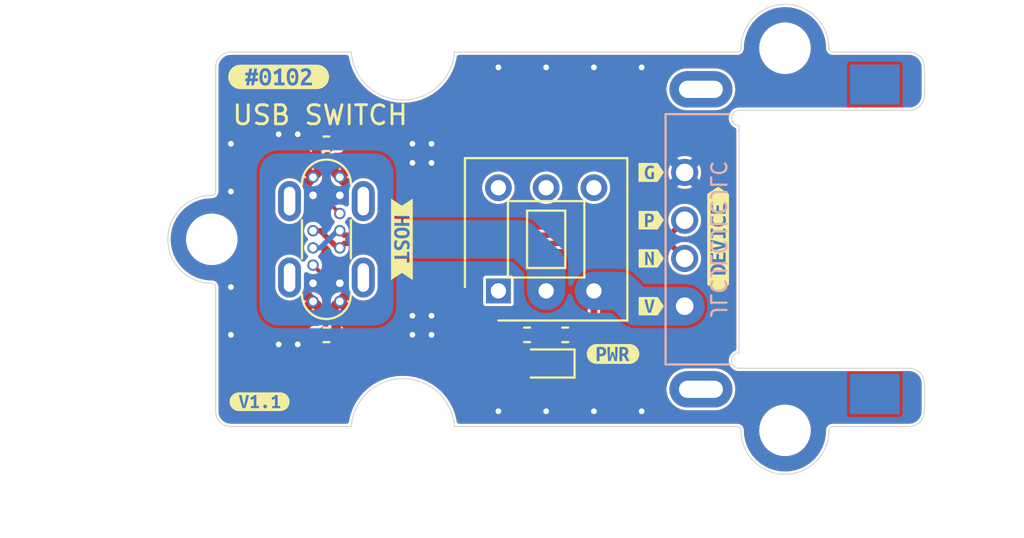
<source format=kicad_pcb>
(kicad_pcb (version 20211014) (generator pcbnew)
  (title_block (title "#0102 USB SWITCH") (rev "V1.1") (company "TileParts"))
  (layers (0 "F.Cu" signal) (31 "B.Cu" signal) (34 "B.Paste" user) (35 "F.Paste" user) (36 "B.SilkS" user "B.Silkscreen") (37 "F.SilkS" user "F.Silkscreen") (38 "B.Mask" user) (39 "F.Mask" user) (44 "Edge.Cuts" user))
  (net 0 "")
  (net 2 "/D+")
  (net 3 "/D-")
  (net 4 "GND")
  (net 5 "/VIN")
  (net 6 "Net-(D1-Pad2)")
  (net 7 "Net-(J1-PadB5)")
  (net 8 "Net-(J1-PadA5)")
  (net 9 "/VOUT")
  (footprint "Resistor_SMD:R_0402_1005Metric" (layer "F.Cu") (at 118.5 115 180)
    (fp_text reference "R1" hide)
    (fp_text value "2K")
    (fp_line (start -0.153641 0.38) (end 0.153641 0.38) (layer "F.SilkS") (width 0.12))
    (fp_line (start -0.153641 -0.38) (end 0.153641 -0.38) (layer "F.SilkS") (width 0.12))
    (pad "1" smd roundrect (at -0.51 0 180) (size 0.54 0.64) (layers "F.Cu" "F.Paste" "F.Mask") (net 9 "/VOUT"))
    (pad "2" smd roundrect (at 0.51 0 180) (size 0.54 0.64) (layers "F.Cu" "F.Paste" "F.Mask") (net 6 "Net-(D1-Pad2)"))
  )
  (footprint "Resistor_SMD:R_0402_1005Metric" (layer "F.Cu") (at 116.5 115 180)
    (fp_text reference "R2" hide)
    (fp_text value "NC")
    (fp_line (start -0.153641 -0.38) (end 0.153641 -0.38) (layer "F.SilkS") (width 0.12))
    (fp_line (start -0.153641 0.38) (end 0.153641 0.38) (layer "F.SilkS") (width 0.12))
    (pad "1" smd roundrect (at -0.51 0 180) (size 0.54 0.64) (layers "F.Cu" "F.Paste" "F.Mask") (net 6 "Net-(D1-Pad2)"))
    (pad "2" smd roundrect (at 0.51 0 180) (size 0.54 0.64) (layers "F.Cu" "F.Paste" "F.Mask") (net 4 "GND"))
  )
  (footprint "JLC-SMT:SW_Push_DPDT_8.5x8.5mm" (layer "F.Cu") (at 117.5 110 90)
    (fp_text reference "SW1" hide)
    (fp_text value "EN")
    (fp_line (start -1.5 1) (end 1.5 1) (layer "F.SilkS") (width 0.12))
    (fp_line (start -2 2) (end 2 2) (layer "F.SilkS") (width 0.12))
    (fp_line (start 4.25 -4.25) (end -2.5 -4.25) (layer "F.SilkS") (width 0.12))
    (fp_line (start 1.5 -1) (end -1.5 -1) (layer "F.SilkS") (width 0.12))
    (fp_line (start -1.5 -1) (end -1.5 1) (layer "F.SilkS") (width 0.12))
    (fp_line (start -4.25 -2.5) (end -4.25 4.25) (layer "F.SilkS") (width 0.12))
    (fp_line (start 4.25 4.25) (end 4.25 -4.25) (layer "F.SilkS") (width 0.12))
    (fp_line (start 1.5 1) (end 1.5 -1) (layer "F.SilkS") (width 0.12))
    (fp_line (start 2 -2) (end -2 -2) (layer "F.SilkS") (width 0.12))
    (fp_line (start 2 2) (end 2 -2) (layer "F.SilkS") (width 0.12))
    (fp_line (start -4.25 4.25) (end 4.25 4.25) (layer "F.SilkS") (width 0.12))
    (fp_line (start -2 -2) (end -2 2) (layer "F.SilkS") (width 0.12))
    (pad "1" thru_hole rect locked (at -2.7 -2.5 90) (size 1.3 1.3) (drill 0.8) (layers *.Cu *.Mask))
    (pad "2" thru_hole circle locked (at -2.7 0 90) (size 1.4 1.4) (drill 0.8) (layers *.Cu *.Mask) (net 5 "/VIN"))
    (pad "3" thru_hole circle locked (at -2.7 2.5 90) (size 1.4 1.4) (drill 0.8) (layers *.Cu *.Mask) (net 9 "/VOUT"))
    (pad "4" thru_hole circle locked (at 2.7 -2.5 90) (size 1.4 1.4) (drill 0.8) (layers *.Cu *.Mask))
    (pad "5" thru_hole circle locked (at 2.7 0 90) (size 1.4 1.4) (drill 0.8) (layers *.Cu *.Mask))
    (pad "6" thru_hole circle locked (at 2.7 2.5 90) (size 1.4 1.4) (drill 0.8) (layers *.Cu *.Mask))
  )
  (footprint "MountingHole:MountingHole_2.2mm_M2" (layer "F.Cu") (at 130 100)
    (fp_text reference "H1" hide)
    (fp_text value "MountingHole")
    (pad "" np_thru_hole circle (at 0 0) (size 2.2 2.2) (drill 2.2) (layers *.Cu *.Mask))
  )
  (footprint "MountingHole:MountingHole_2.2mm_M2" (layer "F.Cu") (at 100 110)
    (fp_text reference "H2" hide)
    (fp_text value "MountingHole")
    (pad "" np_thru_hole circle (at 0 0) (size 2.2 2.2) (drill 2.2) (layers *.Cu *.Mask))
  )
  (footprint "MountingHole:MountingHole_2.2mm_M2" (layer "F.Cu") (at 130 120)
    (fp_text reference "H3" hide)
    (fp_text value "MountingHole")
    (pad "" np_thru_hole circle (at 0 0) (size 2.2 2.2) (drill 2.2) (layers *.Cu *.Mask))
  )
  (footprint "LED_SMD:LED_0603_1608Metric" (layer "F.Cu") (at 117.5 116.5 180)
    (fp_text reference "D1" hide)
    (fp_text value "POWER")
    (fp_line (start 0.8 -0.735) (end -1.485 -0.735) (layer "F.SilkS") (width 0.12))
    (fp_line (start -1.485 -0.735) (end -1.485 0.735) (layer "F.SilkS") (width 0.12))
    (fp_line (start -1.485 0.735) (end 0.8 0.735) (layer "F.SilkS") (width 0.12))
    (pad "1" smd roundrect (at -0.7875 0 180) (size 0.875 0.95) (layers "F.Cu" "F.Paste" "F.Mask") (net 4 "GND"))
    (pad "2" smd roundrect (at 0.7875 0 180) (size 0.875 0.95) (layers "F.Cu" "F.Paste" "F.Mask") (net 6 "Net-(D1-Pad2)"))
  )
  (footprint "JLC-SMT:KINGHELM_KH-TYPE-C-L10-14P" (layer "F.Cu") (at 106 110 90)
    (fp_text reference "J1" hide)
    (fp_text value "UPSTREAM")
    (fp_line (start -1 -1.28) (end 1 -1.28) (layer "F.SilkS") (width 0.12))
    (fp_line (start -1 1.28) (end 1 1.28) (layer "F.SilkS") (width 0.12))
    (fp_arc (start -2.89 1.28) (mid -4.17 0) (end -2.89 -1.28) (layer "F.SilkS") (width 0.12))
    (fp_arc (start 2.89 -1.28) (mid 4.17 0) (end 2.89 1.28) (layer "F.SilkS") (width 0.12))
    (pad "A1" thru_hole circle (at -3.25 -0.7 90) (size 0.6 0.6) (drill 0.4) (layers *.Cu *.Mask) (net 4 "GND"))
    (pad "A4" thru_hole circle (at -2.3 -0.7 90) (size 0.6 0.6) (drill 0.4) (layers *.Cu *.Mask) (net 5 "/VIN"))
    (pad "A5" thru_hole circle (at -1.35 -0.7 90) (size 0.6 0.6) (drill 0.4) (layers *.Cu *.Mask) (net 8 "Net-(J1-PadA5)"))
    (pad "A6" thru_hole circle (at -0.45 -0.7 90) (size 0.6 0.6) (drill 0.4) (layers *.Cu *.Mask) (net 2 "/D+"))
    (pad "A7" thru_hole circle (at 0.45 -0.7 90) (size 0.6 0.6) (drill 0.4) (layers *.Cu *.Mask) (net 3 "/D-"))
    (pad "A9" thru_hole circle (at 2.3 -0.7 90) (size 0.6 0.6) (drill 0.4) (layers *.Cu *.Mask) (net 5 "/VIN"))
    (pad "A12" thru_hole circle (at 3.25 -0.7 90) (size 0.6 0.6) (drill 0.4) (layers *.Cu *.Mask) (net 4 "GND"))
    (pad "B1" thru_hole circle (at 3.25 0.7 90) (size 0.6 0.6) (drill 0.4) (layers *.Cu *.Mask) (net 4 "GND"))
    (pad "B4" thru_hole circle (at 2.3 0.7 90) (size 0.6 0.6) (drill 0.4) (layers *.Cu *.Mask) (net 5 "/VIN"))
    (pad "B5" thru_hole circle (at 1.35 0.7 90) (size 0.6 0.6) (drill 0.4) (layers *.Cu *.Mask) (net 7 "Net-(J1-PadB5)"))
    (pad "B6" thru_hole circle (at 0.45 0.7 90) (size 0.6 0.6) (drill 0.4) (layers *.Cu *.Mask) (net 2 "/D+"))
    (pad "B7" thru_hole circle (at -0.45 0.7 90) (size 0.6 0.6) (drill 0.4) (layers *.Cu *.Mask) (net 3 "/D-"))
    (pad "B9" thru_hole circle (at -2.3 0.7 90) (size 0.6 0.6) (drill 0.4) (layers *.Cu *.Mask) (net 5 "/VIN"))
    (pad "B12" thru_hole circle (at -3.25 0.7 90) (size 0.6 0.6) (drill 0.4) (layers *.Cu *.Mask) (net 4 "GND"))
    (pad "S1" thru_hole oval (at -2 -1.93 90) (size 2.1 1.2) (drill oval 1.5 0.6) (layers *.Cu *.Mask))
    (pad "S1" thru_hole oval (at 2 -1.93 90) (size 2.1 1.2) (drill oval 1.5 0.6) (layers *.Cu *.Mask))
    (pad "S1" thru_hole oval (at -2 1.93 90) (size 2.1 1.2) (drill oval 1.5 0.6) (layers *.Cu *.Mask))
    (pad "S4" thru_hole oval (at 2 1.93 90) (size 2.1 1.2) (drill oval 1.5 0.6) (layers *.Cu *.Mask))
  )
  (footprint "Resistor_SMD:R_0402_1005Metric" (layer "F.Cu") (at 106 115 180)
    (fp_text reference "R3" hide)
    (fp_text value "5.1K")
    (fp_line (start -0.153641 -0.38) (end 0.153641 -0.38) (layer "F.SilkS") (width 0.12))
    (fp_line (start -0.153641 0.38) (end 0.153641 0.38) (layer "F.SilkS") (width 0.12))
    (pad "1" smd roundrect (at -0.51 0 180) (size 0.54 0.64) (layers "F.Cu" "F.Paste" "F.Mask") (net 4 "GND"))
    (pad "2" smd roundrect (at 0.51 0 180) (size 0.54 0.64) (layers "F.Cu" "F.Paste" "F.Mask") (net 8 "Net-(J1-PadA5)"))
  )
  (footprint "Resistor_SMD:R_0402_1005Metric" (layer "F.Cu") (at 106 105)
    (fp_text reference "R4" hide)
    (fp_text value "5.1K")
    (fp_line (start -0.153641 -0.38) (end 0.153641 -0.38) (layer "F.SilkS") (width 0.12))
    (fp_line (start -0.153641 0.38) (end 0.153641 0.38) (layer "F.SilkS") (width 0.12))
    (pad "1" smd roundrect (at -0.51 0) (size 0.54 0.64) (layers "F.Cu" "F.Paste" "F.Mask") (net 4 "GND"))
    (pad "2" smd roundrect (at 0.51 0) (size 0.54 0.64) (layers "F.Cu" "F.Paste" "F.Mask") (net 7 "Net-(J1-PadB5)"))
  )
  (footprint "kibuzzard-63200097" (layer "F.Cu") (at 123 109)
    (fp_text reference "kibuzzard-63200097" hide)
    (fp_text value "G***" hide)
    (fp_poly (pts (xy -0.523151 -0.486728) (xy -0.662057 -0.486728) (xy -0.662057 0.486728) (xy -0.523151 0.486728) (xy -0.188403 0.486728) (xy -0.188403 0.347821) (xy -0.325087 0.347821) (xy -0.325087 -0.331152) (xy -0.280081 -0.338931) (xy -0.229519 -0.343932) (xy -0.179513 -0.34671) (xy -0.136174 -0.347821) (xy -0.0553 -0.341833) (xy 0.012486 -0.323868) (xy 0.067184 -0.293926) (xy 0.107313 -0.250402) (xy 0.13139 -0.191691) (xy 0.139416 -0.117793) (xy 0.131328 -0.043154) (xy 0.107066 0.016298) (xy 0.066629 0.060563) (xy 0.011375 0.091123) (xy -0.057337 0.109458) (xy -0.139508 0.11557) (xy -0.188403 0.11557) (xy -0.188403 0.347821) (xy -0.188403 0.486728) (xy 0.337479 0.486728) (xy 0.337572 0.486728) (xy 0.662057 0) (xy 0.337572 -0.486728) (xy 0.337479 -0.486728) (xy -0.523151 -0.486728)) (layer "F.SilkS") (width 0) (fill solid))
    (fp_poly (pts (xy -0.120617 -0.228917) (xy -0.15451 -0.228362) (xy -0.188403 -0.225584) (xy -0.188403 -0.003334) (xy -0.132841 -0.003334) (xy -0.075333 -0.009862) (xy -0.033939 -0.029448) (xy -0.008936 -0.064869) (xy -0.000602 -0.118904) (xy -0.008797 -0.17016) (xy -0.033384 -0.203914) (xy -0.071583 -0.222667) (xy -0.120617 -0.228917)) (layer "F.SilkS") (width 0) (fill solid))
  )
  (footprint "kibuzzard-632000A4" (layer "F.Cu") (at 123 113.5)
    (fp_text reference "kibuzzard-632000A4" hide)
    (fp_text value "G***" hide)
    (fp_poly (pts (xy -0.521854 -0.482838) (xy -0.66076 -0.482838) (xy -0.66076 0.482838) (xy -0.521854 0.482838) (xy -0.163215 0.482838) (xy -0.163215 0.343932) (xy -0.190718 0.262255) (xy -0.219889 0.170577) (xy -0.239521 0.106186) (xy -0.258412 0.041919) (xy -0.276562 -0.022225) (xy -0.293725 -0.085134) (xy -0.309653 -0.145697) (xy -0.324346 -0.203914) (xy -0.342682 -0.281702) (xy -0.355461 -0.343932) (xy -0.210999 -0.343932) (xy -0.202664 -0.286286) (xy -0.190996 -0.220027) (xy -0.176967 -0.148352) (xy -0.161548 -0.074454) (xy -0.144879 0) (xy -0.127099 0.073342) (xy -0.108903 0.142379) (xy -0.090984 0.203914) (xy -0.073204 0.143212) (xy -0.055424 0.074454) (xy -0.038199 0.001111) (xy -0.022086 -0.073342) (xy -0.007084 -0.14738) (xy 0.006806 -0.219472) (xy 0.01903 -0.286147) (xy 0.029031 -0.343932) (xy 0.172383 -0.343932) (xy 0.15752 -0.273368) (xy 0.139601 -0.195024) (xy 0.118765 -0.110708) (xy 0.095151 -0.022225) (xy 0.077926 0.038523) (xy 0.059591 0.100013) (xy 0.040144 0.162243) (xy 0.019894 0.224164) (xy -0.000849 0.284727) (xy -0.022086 0.343932) (xy -0.163215 0.343932) (xy -0.163215 0.482838) (xy 0.338776 0.482838) (xy 0.338868 0.482838) (xy 0.66076 0) (xy 0.338868 -0.482838) (xy 0.338776 -0.482838) (xy -0.521854 -0.482838)) (layer "F.SilkS") (width 0) (fill solid))
  )
  (footprint "kibuzzard-631FFF07" (layer "F.Cu") (at 126.5 110 90)
    (fp_text reference "kibuzzard-631FFF07" hide)
    (fp_text value "G***" hide)
    (fp_poly (pts (xy -1.84531 -0.56896) (xy -2.374477 -0.56896) (xy -2.753783 0) (xy -2.374477 0.56896) (xy -1.84531 0.56896) (xy -1.67767 0.56896) (xy -1.67767 0.40386) (xy -1.759585 0.399415) (xy -1.84531 0.38481) (xy -1.84531 -0.38227) (xy -1.74498 -0.39751) (xy -1.65735 -0.40132) (xy -1.583214 -0.395605) (xy -1.515745 -0.37846) (xy -1.456531 -0.349091) (xy -1.40716 -0.306705) (xy -1.367631 -0.251143) (xy -1.337945 -0.182245) (xy -1.319371 -0.098901) (xy -1.31318 0) (xy -1.320006 0.101124) (xy -1.340485 0.186055) (xy -1.373029 0.255746) (xy -1.41605 0.31115) (xy -1.468914 0.352901) (xy -1.530985 0.381635) (xy -1.600994 0.398304) (xy -1.67767 0.40386) (xy -1.67767 0.56896) (xy -1.19888 0.56896) (xy -1.19888 0.3937) (xy -1.19888 -0.39243) (xy -0.72263 -0.39243) (xy -0.72263 -0.26289) (xy -1.04267 -0.26289) (xy -1.04267 -0.08636) (xy -0.76454 -0.08636) (xy -0.76454 0.04318) (xy -1.04267 0.04318) (xy -1.04267 0.26416) (xy -0.69469 0.26416) (xy -0.69469 0.3937) (xy -1.19888 0.3937) (xy -1.19888 0.56896) (xy -0.40767 0.56896) (xy -0.40767 0.3937) (xy -0.439103 0.300355) (xy -0.47244 0.19558) (xy -0.494877 0.121991) (xy -0.516467 0.048542) (xy -0.53721 -0.024765) (xy -0.556824 -0.096661) (xy -0.575028 -0.165876) (xy -0.59182 -0.23241) (xy -0.612775 -0.32131) (xy -0.62738 -0.39243) (xy -0.46228 -0.39243) (xy -0.452755 -0.326549) (xy -0.43942 -0.250825) (xy -0.423386 -0.16891) (xy -0.405765 -0.084455) (xy -0.386715 0.000635) (xy -0.366395 0.084455) (xy -0.345599 0.163354) (xy -0.32512 0.23368) (xy -0.3048 0.164306) (xy -0.28448 0.085725) (xy -0.264795 0.001905) (xy -0.24638 -0.083185) (xy -0.229235 -0.167799) (xy -0.21336 -0.25019) (xy -0.19939 -0.32639) (xy -0.18796 -0.39243) (xy -0.02413 -0.39243) (xy -0.041116 -0.311785) (xy -0.061595 -0.22225) (xy -0.085407 -0.125889) (xy -0.112395 -0.024765) (xy -0.13208 0.044662) (xy -0.153035 0.114935) (xy -0.17526 0.186055) (xy -0.198402 0.256822) (xy -0.222109 0.326037) (xy -0.24638 0.3937) (xy -0.40767 0.3937) (xy -0.40767 0.56896) (xy 0.05969 0.56896) (xy 0.05969 0.3937) (xy 0.05969 0.26416) (xy 0.23114 0.26416) (xy 0.23114 -0.26289) (xy 0.05969 -0.26289) (xy 0.05969 -0.39243) (xy 0.5588 -0.39243) (xy 0.5588 -0.26289) (xy 0.38862 -0.26289) (xy 0.38862 0.26416) (xy 0.5588 0.26416) (xy 0.5588 0.3937) (xy 0.05969 0.3937) (xy 0.05969 0.56896) (xy 1.00203 0.56896) (xy 1.00203 0.41021) (xy 0.899866 0.398357) (xy 0.815199 0.362797) (xy 0.74803 0.30353) (xy 0.709692 0.244554) (xy 0.682308 0.174307) (xy 0.665877 0.092789) (xy 0.6604 0) (xy 0.667068 -0.092393) (xy 0.68707 -0.17399) (xy 0.718979 -0.244316) (xy 0.761365 -0.302895) (xy 0.813435 -0.34925) (xy 0.874395 -0.382905) (xy 0.942816 -0.403384) (xy 1.01727 -0.41021) (xy 1.092835 -0.403225) (xy 1.15189 -0.38735) (xy 1.194435 -0.3683) (xy 1.22047 -0.35306) (xy 1.17983 -0.2286) (xy 1.109345 -0.260985) (xy 1.01473 -0.27432) (xy 0.942975 -0.260985) (xy 0.880745 -0.216535) (xy 0.836295 -0.13335) (xy 0.823436 -0.07493) (xy 0.81915 -0.00381) (xy 0.824301 0.078952) (xy 0.839752 0.147743) (xy 0.865505 0.202565) (xy 0.926624 0.256381) (xy 1.01727 0.27432) (xy 1.118235 0.26035) (xy 1.18237 0.23241) (xy 1.22174 0.3556) (xy 1.132205 0.393065) (xy 1.071404 0.405924) (xy 1.00203 0.41021) (xy 1.00203 0.56896) (xy 1.34112 0.56896) (xy 1.34112 0.3937) (xy 1.34112 -0.39243) (xy 1.81737 -0.39243) (xy 1.81737 -0.26289) (xy 1.49733 -0.26289) (xy 1.49733 -0.08636) (xy 1.77546 -0.08636) (xy 1.77546 0.04318) (xy 1.49733 0.04318) (xy 1.49733 0.26416) (xy 1.84531 0.26416) (xy 1.84531 0.3937) (xy 1.34112 0.3937) (xy 1.34112 0.56896) (xy 1.84531 0.56896) (xy 2.374477 0.56896) (xy 2.753783 0) (xy 2.374477 -0.56896) (xy 1.84531 -0.56896) (xy -1.84531 -0.56896)) (layer "F.SilkS") (width 0) (fill solid))
    (fp_poly (pts (xy -1.6891 0.2667) (xy -1.67513 0.26797) (xy -1.66116 0.26797) (xy -1.571625 0.24765) (xy -1.513205 0.19177) (xy -1.481455 0.107315) (xy -1.474311 0.056039) (xy -1.47193 0) (xy -1.47955 -0.09906) (xy -1.50622 -0.18415) (xy -1.55829 -0.243205) (xy -1.64338 -0.26543) (xy -1.66624 -0.264795) (xy -1.6891 -0.26162) (xy -1.6891 0.2667)) (layer "F.SilkS") (width 0) (fill solid))
  )
  (footprint "kibuzzard-631FFF00" (layer "F.Cu") (at 109.95 110 -90)
    (fp_text reference "kibuzzard-631FFF00" hide)
    (fp_text value "G***" hide)
    (fp_poly (pts (xy -0.45466 0) (xy -0.453549 0.055404) (xy -0.450215 0.107315) (xy -0.432435 0.19431) (xy -0.39497 0.25273) (xy -0.3302 0.27432) (xy -0.266065 0.25273) (xy -0.227965 0.193675) (xy -0.210185 0.10668) (xy -0.206851 0.055245) (xy -0.20574 0) (xy -0.206851 -0.055404) (xy -0.210185 -0.107315) (xy -0.227965 -0.19431) (xy -0.26543 -0.25273) (xy -0.3302 -0.27432) (xy -0.39497 -0.25273) (xy -0.432435 -0.193675) (xy -0.450215 -0.10668) (xy -0.453549 -0.055245) (xy -0.45466 0)) (layer "F.SilkS") (width 0) (fill solid))
    (fp_poly (pts (xy -1.22555 -0.56896) (xy -1.754717 -0.56896) (xy -2.134023 -0.56896) (xy -1.754717 0) (xy -2.134023 0.56896) (xy -1.754717 0.56896) (xy -1.22555 0.56896) (xy -0.70485 0.56896) (xy -0.70485 0.3937) (xy -0.86106 0.3937) (xy -0.86106 0.04699) (xy -1.06934 0.04699) (xy -1.06934 0.3937) (xy -1.22555 0.3937) (xy -1.22555 -0.39243) (xy -1.06934 -0.39243) (xy -1.06934 -0.08255) (xy -0.86106 -0.08255) (xy -0.86106 -0.39243) (xy -0.70485 -0.39243) (xy -0.70485 0.3937) (xy -0.70485 0.56896) (xy -0.32893 0.56896) (xy -0.32893 0.41021) (xy -0.413949 0.398709) (xy -0.484434 0.364208) (xy -0.540385 0.306705) (xy -0.572333 0.248722) (xy -0.595154 0.178276) (xy -0.608846 0.095369) (xy -0.61341 0) (xy -0.608727 -0.095369) (xy -0.594678 -0.178276) (xy -0.571262 -0.248722) (xy -0.53848 -0.306705) (xy -0.482036 -0.364208) (xy -0.412609 -0.398709) (xy -0.3302 -0.41021) (xy -0.245251 -0.398709) (xy -0.174978 -0.364208) (xy -0.11938 -0.306705) (xy -0.087709 -0.248722) (xy -0.065088 -0.178276) (xy -0.051514 -0.095369) (xy -0.04699 0) (xy -0.051594 0.095369) (xy -0.065405 0.178276) (xy -0.088424 0.248722) (xy -0.12065 0.306705) (xy -0.17653 0.364208) (xy -0.245957 0.398709) (xy -0.32893 0.41021) (xy -0.32893 0.56896) (xy 0.28194 0.56896) (xy 0.28194 0.41021) (xy 0.193992 0.404971) (xy 0.12573 0.389255) (xy 0.0381 0.35052) (xy 0.08382 0.22352) (xy 0.165735 0.26162) (xy 0.218599 0.274955) (xy 0.28194 0.2794) (xy 0.347345 0.271145) (xy 0.38862 0.248285) (xy 0.409575 0.215265) (xy 0.41529 0.1778) (xy 0.40132 0.13462) (xy 0.36576 0.100965) (xy 0.3175 0.074295) (xy 0.26416 0.05207) (xy 0.1905 0.02286) (xy 0.121285 -0.01905) (xy 0.06985 -0.081915) (xy 0.04953 -0.17526) (xy 0.067469 -0.273685) (xy 0.121285 -0.34798) (xy 0.175119 -0.382552) (xy 0.240947 -0.403296) (xy 0.31877 -0.41021) (xy 0.386556 -0.406083) (xy 0.445135 -0.3937) (xy 0.53594 -0.35687) (xy 0.49022 -0.23622) (xy 0.419735 -0.2667) (xy 0.3302 -0.2794) (xy 0.261056 -0.269381) (xy 0.219569 -0.239324) (xy 0.20574 -0.18923) (xy 0.21844 -0.149225) (xy 0.250825 -0.118745) (xy 0.295275 -0.09525) (xy 0.34417 -0.0762) (xy 0.421005 -0.045085) (xy 0.494665 0.000635) (xy 0.54991 0.071755) (xy 0.566103 0.119856) (xy 0.5715 0.17907) (xy 0.553561 0.277019) (xy 0.499745 0.349885) (xy 0.443653 0.383399) (xy 0.371052 0.403507) (xy 0.28194 0.41021) (xy 0.28194 0.56896) (xy 1.01854 0.56896) (xy 1.01854 0.3937) (xy 0.86106 0.3937) (xy 0.86106 -0.26289) (xy 0.65405 -0.26289) (xy 0.65405 -0.39243) (xy 1.22555 -0.39243) (xy 1.22555 -0.26289) (xy 1.01854 -0.26289) (xy 1.01854 0.3937) (xy 1.01854 0.56896) (xy 1.22555 0.56896) (xy 1.754717 0.56896) (xy 2.134023 0.56896) (xy 1.754717 0) (xy 2.134023 -0.56896) (xy 1.754717 -0.56896) (xy 1.22555 -0.56896) (xy -1.22555 -0.56896)) (layer "F.SilkS") (width 0) (fill solid))
  )
  (footprint "kibuzzard-6320009C" (layer "F.Cu") (at 123 106.5)
    (fp_text reference "kibuzzard-6320009C" hide)
    (fp_text value "G***" hide)
    (fp_poly (pts (xy -0.526855 -0.49784) (xy -0.665761 -0.49784) (xy -0.665761 0.49784) (xy -0.526855 0.49784) (xy -0.058202 0.49784) (xy -0.058202 0.358934) (xy -0.119459 0.353239) (xy -0.174327 0.336153) (xy -0.22225 0.307816) (xy -0.262672 0.268367) (xy -0.295176 0.217805) (xy -0.319345 0.156131) (xy -0.334347 0.083483) (xy -0.339348 0) (xy -0.333514 -0.082649) (xy -0.316012 -0.155019) (xy -0.288508 -0.216833) (xy -0.25267 -0.267811) (xy -0.209054 -0.307677) (xy -0.158214 -0.336153) (xy -0.101818 -0.353239) (xy -0.041533 -0.358934) (xy 0.030143 -0.352822) (xy 0.08515 -0.338931) (xy 0.123488 -0.322263) (xy 0.146268 -0.308928) (xy 0.110708 -0.200025) (xy 0.050701 -0.227806) (xy -0.022642 -0.24003) (xy -0.104874 -0.22225) (xy -0.159881 -0.172799) (xy -0.190996 -0.097234) (xy -0.19808 -0.050979) (xy -0.200442 0) (xy -0.19612 0.075009) (xy -0.183156 0.135572) (xy -0.161548 0.181689) (xy -0.113486 0.225445) (xy -0.047089 0.24003) (xy -0.020419 0.238919) (xy 0.006251 0.235585) (xy 0.006251 -0.015558) (xy 0.142935 -0.015558) (xy 0.142935 0.327819) (xy 0.066814 0.347821) (xy 0.009723 0.356156) (xy -0.058202 0.358934) (xy -0.058202 0.49784) (xy 0.333775 0.49784) (xy 0.333868 0.49784) (xy 0.665761 0) (xy 0.333868 -0.49784) (xy 0.333775 -0.49784) (xy -0.526855 -0.49784)) (layer "F.SilkS") (width 0) (fill solid))
  )
  (footprint "kibuzzard-631FFEA9" (layer "F.Cu") (at 121 116)
    (fp_text reference "kibuzzard-631FFEA9" hide)
    (fp_text value "G***" hide)
    (fp_poly (pts (xy -0.854273 -0.521494) (xy -0.854373 -0.521494) (xy -0.905488 -0.518983) (xy -0.956111 -0.511473) (xy -1.005754 -0.499038) (xy -1.05394 -0.481797) (xy -1.100203 -0.459916) (xy -1.144099 -0.433606) (xy -1.185205 -0.40312) (xy -1.223124 -0.368752) (xy -1.257493 -0.330832) (xy -1.287979 -0.289726) (xy -1.314289 -0.24583) (xy -1.33617 -0.199567) (xy -1.353411 -0.151382) (xy -1.365846 -0.101738) (xy -1.373355 -0.051115) (xy -1.375866 0) (xy -1.373355 0.051115) (xy -1.365846 0.101738) (xy -1.353411 0.151382) (xy -1.33617 0.199567) (xy -1.314289 0.24583) (xy -1.287979 0.289726) (xy -1.257493 0.330832) (xy -1.223124 0.368752) (xy -1.185205 0.40312) (xy -1.144099 0.433606) (xy -1.100203 0.459916) (xy -1.05394 0.481797) (xy -1.005754 0.499038) (xy -0.956111 0.511473) (xy -0.905488 0.518983) (xy -0.854373 0.521494) (xy -0.854273 0.521494) (xy -0.707827 0.521494) (xy -0.707827 0.372666) (xy -0.854273 0.372666) (xy -0.854273 -0.354806) (xy -0.806053 -0.363141) (xy -0.75188 -0.368498) (xy -0.698302 -0.371475) (xy -0.651867 -0.372666) (xy -0.565216 -0.366249) (xy -0.492588 -0.347001) (xy -0.433983 -0.31492) (xy -0.390988 -0.268287) (xy -0.365191 -0.205383) (xy -0.356592 -0.126206) (xy -0.365257 -0.046236) (xy -0.391253 0.017463) (xy -0.434578 0.064889) (xy -0.493779 0.097631) (xy -0.567399 0.117277) (xy -0.655439 0.123825) (xy -0.707827 0.123825) (xy -0.707827 0.372666) (xy -0.707827 0.521494) (xy 0.203002 0.521494) (xy 0.203002 0.372666) (xy 0.081558 0.372666) (xy 0.055364 0.294829) (xy 0.02917 0.211336) (xy 0.002977 0.12695) (xy -0.023217 0.046434) (xy -0.050006 0.124718) (xy -0.077986 0.20955) (xy -0.10537 0.294382) (xy -0.130373 0.372666) (xy -0.251817 0.372666) (xy -0.260747 0.287982) (xy -0.268486 0.198239) (xy -0.275183 0.10537) (xy -0.280988 0.011311) (xy -0.285899 -0.083641) (xy -0.289917 -0.179189) (xy -0.293191 -0.273397) (xy -0.29587 -0.364331) (xy -0.160139 -0.364331) (xy -0.16133 -0.292894) (xy -0.16252 -0.219075) (xy -0.163711 -0.144214) (xy -0.164902 -0.069652) (xy -0.166092 0.00387) (xy -0.167283 0.075605) (xy -0.168176 0.144214) (xy -0.168473 0.208359) (xy -0.144066 0.125016) (xy -0.117872 0.035719) (xy -0.094655 -0.045244) (xy -0.077986 -0.103584) (xy 0.02917 -0.103584) (xy 0.043458 -0.047625) (xy 0.064294 0.026194) (xy 0.089297 0.113109) (xy 0.116086 0.208359) (xy 0.115788 0.144214) (xy 0.114895 0.075605) (xy 0.113705 0.004018) (xy 0.112514 -0.069056) (xy 0.111323 -0.143321) (xy 0.110133 -0.21848) (xy 0.10924 -0.292745) (xy 0.108942 -0.364331) (xy 0.244673 -0.364331) (xy 0.241102 -0.272504) (xy 0.23753 -0.177998) (xy 0.23366 -0.082451) (xy 0.229195 0.012502) (xy 0.223986 0.106412) (xy 0.217884 0.198834) (xy 0.210889 0.288131) (xy 0.203002 0.372666) (xy 0.203002 0.521494) (xy 0.854273 0.521494) (xy 0.854273 0.372666) (xy 0.700683 0.372666) (xy 0.671066 0.302568) (xy 0.636984 0.235148) (xy 0.599331 0.168622) (xy 0.558998 0.101203) (xy 0.482798 0.101203) (xy 0.482798 0.372666) (xy 0.336352 0.372666) (xy 0.336352 -0.353616) (xy 0.383381 -0.362545) (xy 0.435173 -0.368498) (xy 0.48518 -0.371475) (xy 0.526852 -0.372666) (xy 0.586978 -0.369094) (xy 0.641152 -0.358378) (xy 0.688777 -0.340221) (xy 0.729258 -0.314325) (xy 0.785812 -0.23872) (xy 0.800546 -0.188863) (xy 0.805458 -0.130969) (xy 0.798909 -0.069652) (xy 0.779264 -0.014288) (xy 0.744438 0.031849) (xy 0.692348 0.065484) (xy 0.735211 0.133945) (xy 0.779264 0.212527) (xy 0.820341 0.29468) (xy 0.854273 0.372666) (xy 0.854273 0.521494) (xy 0.854373 0.521494) (xy 0.905488 0.518983) (xy 0.956111 0.511473) (xy 1.005754 0.499038) (xy 1.05394 0.481797) (xy 1.100203 0.459916) (xy 1.144099 0.433606) (xy 1.185205 0.40312) (xy 1.223124 0.368752) (xy 1.257493 0.330832) (xy 1.287979 0.289726) (xy 1.314289 0.24583) (xy 1.33617 0.199567) (xy 1.353411 0.151382) (xy 1.365846 0.101738) (xy 1.373355 0.051115) (xy 1.375866 0) (xy 1.373355 -0.051115) (xy 1.365846 -0.101738) (xy 1.353411 -0.151382) (xy 1.33617 -0.199567) (xy 1.314289 -0.24583) (xy 1.287979 -0.289726) (xy 1.257493 -0.330832) (xy 1.223124 -0.368752) (xy 1.185205 -0.40312) (xy 1.144099 -0.433606) (xy 1.100203 -0.459916) (xy 1.05394 -0.481797) (xy 1.005754 -0.499038) (xy 0.956111 -0.511473) (xy 0.905488 -0.518983) (xy 0.854373 -0.521494) (xy 0.854273 -0.521494) (xy -0.854273 -0.521494)) (layer "F.SilkS") (width 0) (fill solid))
    (fp_poly (pts (xy 0.65663 -0.132159) (xy 0.6477 -0.182761) (xy 0.620911 -0.217884) (xy 0.579537 -0.238423) (xy 0.526852 -0.245269) (xy 0.506611 -0.244673) (xy 0.482798 -0.241697) (xy 0.482798 -0.020241) (xy 0.514945 -0.020241) (xy 0.579537 -0.027533) (xy 0.623292 -0.049411) (xy 0.65663 -0.132159)) (layer "F.SilkS") (width 0) (fill solid))
    (fp_poly (pts (xy -0.635198 -0.245269) (xy -0.671513 -0.244673) (xy -0.707827 -0.241697) (xy -0.707827 -0.003572) (xy -0.648295 -0.003572) (xy -0.58668 -0.010567) (xy -0.54233 -0.031552) (xy -0.515541 -0.069503) (xy -0.506611 -0.127397) (xy -0.515392 -0.182314) (xy -0.541734 -0.21848) (xy -0.582662 -0.238571) (xy -0.635198 -0.245269)) (layer "F.SilkS") (width 0) (fill solid))
  )
  (footprint "kibuzzard-631FFD46" (layer "F.Cu") (at 102.5 118.5)
    (fp_text reference "kibuzzard-631FFD46" hide)
    (fp_text value "G***" hide)
    (fp_poly (pts (xy -1.081246 -0.48895) (xy -1.081339 -0.48895) (xy -1.129264 -0.486596) (xy -1.176728 -0.479555) (xy -1.223274 -0.467896) (xy -1.268452 -0.451731) (xy -1.311828 -0.431215) (xy -1.352985 -0.406547) (xy -1.391525 -0.377963) (xy -1.427079 -0.34574) (xy -1.459302 -0.310187) (xy -1.487886 -0.271646) (xy -1.512554 -0.230489) (xy -1.53307 -0.187113) (xy -1.549235 -0.141935) (xy -1.560894 -0.095389) (xy -1.567934 -0.047925) (xy -1.570289 0) (xy -1.567934 0.047925) (xy -1.560894 0.095389) (xy -1.549235 0.141935) (xy -1.53307 0.187113) (xy -1.512554 0.230489) (xy -1.487886 0.271646) (xy -1.459302 0.310187) (xy -1.427079 0.34574) (xy -1.391525 0.377963) (xy -1.352985 0.406547) (xy -1.311828 0.431215) (xy -1.268452 0.451731) (xy -1.223274 0.467896) (xy -1.176728 0.479555) (xy -1.129264 0.486596) (xy -1.081339 0.48895) (xy -1.081246 0.48895) (xy -0.889 0.48895) (xy -0.889 0.33782) (xy -0.916503 0.256143) (xy -0.945674 0.164465) (xy -0.965306 0.100074) (xy -0.984197 0.035807) (xy -1.002347 -0.028337) (xy -1.01951 -0.091246) (xy -1.035438 -0.151809) (xy -1.050131 -0.210026) (xy -1.068467 -0.287814) (xy -1.081246 -0.350044) (xy -0.936784 -0.350044) (xy -0.928449 -0.292398) (xy -0.916781 -0.226139) (xy -0.902752 -0.154464) (xy -0.887333 -0.080566) (xy -0.870664 -0.006112) (xy -0.852884 0.067231) (xy -0.834688 0.136267) (xy -0.816769 0.197802) (xy -0.798989 0.1371) (xy -0.781209 0.068342) (xy -0.763984 -0.005001) (xy -0.747871 -0.079454) (xy -0.732869 -0.153491) (xy -0.718979 -0.225584) (xy -0.706755 -0.292259) (xy -0.696754 -0.350044) (xy -0.553402 -0.350044) (xy -0.568265 -0.279479) (xy -0.586184 -0.201136) (xy -0.60702 -0.11682) (xy -0.630634 -0.028337) (xy -0.647859 0.032411) (xy -0.666194 0.093901) (xy -0.685641 0.156131) (xy -0.705891 0.218052) (xy -0.726634 0.278615) (xy -0.747871 0.33782) (xy -0.889 0.33782) (xy -0.889 0.48895) (xy -0.030004 0.48895) (xy -0.030004 0.33782) (xy -0.447834 0.33782) (xy -0.447834 0.224472) (xy -0.303371 0.224472) (xy -0.303371 -0.16002) (xy -0.374491 -0.120571) (xy -0.442277 -0.093345) (xy -0.486727 -0.206693) (xy -0.428942 -0.232251) (xy -0.366712 -0.2667) (xy -0.307816 -0.306705) (xy -0.260032 -0.350044) (xy -0.166687 -0.350044) (xy -0.166687 0.224472) (xy -0.030004 0.224472) (xy -0.030004 0.33782) (xy -0.030004 0.48895) (xy 0.294481 0.48895) (xy 0.294481 0.350044) (xy 0.256699 0.343376) (xy 0.225028 0.323929) (xy 0.202803 0.292814) (xy 0.194469 0.250031) (xy 0.202803 0.208359) (xy 0.225028 0.1778) (xy 0.256699 0.158909) (xy 0.294481 0.152241) (xy 0.363379 0.1778) (xy 0.393383 0.250031) (xy 0.363379 0.324485) (xy 0.294481 0.350044) (xy 0.294481 0.48895) (xy 1.081246 0.48895) (xy 1.081246 0.33782) (xy 0.663416 0.33782) (xy 0.663416 0.224472) (xy 0.807879 0.224472) (xy 0.807879 -0.16002) (xy 0.736759 -0.120571) (xy 0.668973 -0.093345) (xy 0.624523 -0.206693) (xy 0.682308 -0.232251) (xy 0.744538 -0.2667) (xy 0.803434 -0.306705) (xy 0.851218 -0.350044) (xy 0.944563 -0.350044) (xy 0.944563 0.224472) (xy 1.081246 0.224472) (xy 1.081246 0.33782) (xy 1.081246 0.48895) (xy 1.081339 0.48895) (xy 1.129264 0.486596) (xy 1.176728 0.479555) (xy 1.223274 0.467896) (xy 1.268452 0.451731) (xy 1.311828 0.431215) (xy 1.352985 0.406547) (xy 1.391525 0.377963) (xy 1.427079 0.34574) (xy 1.459302 0.310187) (xy 1.487886 0.271646) (xy 1.512554 0.230489) (xy 1.53307 0.187113) (xy 1.549235 0.141935) (xy 1.560894 0.095389) (xy 1.567934 0.047925) (xy 1.570289 0) (xy 1.567934 -0.047925) (xy 1.560894 -0.095389) (xy 1.549235 -0.141935) (xy 1.53307 -0.187113) (xy 1.512554 -0.230489) (xy 1.487886 -0.271646) (xy 1.459302 -0.310187) (xy 1.427079 -0.34574) (xy 1.391525 -0.377963) (xy 1.352985 -0.406547) (xy 1.311828 -0.431215) (xy 1.268452 -0.451731) (xy 1.223274 -0.467896) (xy 1.176728 -0.479555) (xy 1.129264 -0.486596) (xy 1.081339 -0.48895) (xy 1.081246 -0.48895) (xy -1.081246 -0.48895)) (layer "F.SilkS") (width 0) (fill solid))
  )
  (footprint "kibuzzard-631FFD2B" (layer "F.Cu") (at 103.5 101.5)
    (fp_text reference "kibuzzard-631FFD2B" hide)
    (fp_text value "G***" hide)
    (fp_poly (pts (xy -1.999139 -0.64008) (xy -1.999258 -0.64008) (xy -2.061997 -0.636998) (xy -2.124131 -0.627781) (xy -2.185063 -0.612518) (xy -2.244206 -0.591357) (xy -2.300989 -0.5645) (xy -2.354867 -0.532207) (xy -2.40532 -0.494789) (xy -2.451863 -0.452605) (xy -2.494046 -0.406062) (xy -2.531465 -0.355609) (xy -2.563758 -0.301732) (xy -2.590615 -0.244948) (xy -2.611776 -0.185805) (xy -2.627039 -0.124873) (xy -2.636256 -0.062739) (xy -2.639338 0) (xy -2.636256 0.062739) (xy -2.627039 0.124873) (xy -2.611776 0.185805) (xy -2.590615 0.244948) (xy -2.563758 0.301732) (xy -2.531465 0.355609) (xy -2.494046 0.406062) (xy -2.451863 0.452605) (xy -2.40532 0.494789) (xy -2.354867 0.532207) (xy -2.300989 0.5645) (xy -2.244206 0.591357) (xy -2.185063 0.612518) (xy -2.124131 0.627781) (xy -2.061997 0.636998) (xy -1.999258 0.64008) (xy -1.999139 0.64008) (xy -1.297305 0.64008) (xy -1.297305 0.442913) (xy -1.443037 0.442913) (xy -1.401604 0.224314) (xy -1.515904 0.224314) (xy -1.555909 0.442913) (xy -1.701641 0.442913) (xy -1.660207 0.224314) (xy -1.745932 0.224314) (xy -1.745932 0.078581) (xy -1.633061 0.078581) (xy -1.603057 -0.078581) (xy -1.745932 -0.078581) (xy -1.745932 -0.224314) (xy -1.574482 -0.224314) (xy -1.533049 -0.441484) (xy -1.387316 -0.441484) (xy -1.430179 -0.224314) (xy -1.315879 -0.224314) (xy -1.274445 -0.441484) (xy -1.128712 -0.441484) (xy -1.170146 -0.224314) (xy -1.081564 -0.224314) (xy -1.081564 -0.078581) (xy -1.198721 -0.078581) (xy -1.228725 0.078581) (xy -1.081564 0.078581) (xy -1.081564 0.224314) (xy -1.255871 0.224314) (xy -1.297305 0.442913) (xy -1.297305 0.64008) (xy -0.700087 0.64008) (xy -0.700087 0.461486) (xy -0.792162 0.448786) (xy -0.868362 0.410686) (xy -0.928687 0.347186) (xy -0.963067 0.282535) (xy -0.987623 0.202883) (xy -1.002357 0.108228) (xy -1.007269 -0.001429) (xy -1.002268 -0.109835) (xy -0.987266 -0.203597) (xy -0.962263 -0.282714) (xy -0.927259 -0.347186) (xy -0.866457 -0.410686) (xy -0.790734 -0.448786) (xy -0.700087 -0.461486) (xy -0.608012 -0.448866) (xy -0.531812 -0.411004) (xy -0.471487 -0.347901) (xy -0.437108 -0.283652) (xy -0.412552 -0.20449) (xy -0.397818 -0.110416) (xy -0.392906 -0.001429) (xy -0.397818 0.108228) (xy -0.412552 0.202883) (xy -0.437108 0.282535) (xy -0.471487 0.347186) (xy -0.531812 0.410686) (xy -0.608012 0.448786) (xy -0.700087 0.461486) (xy -0.700087 0.64008) (xy 0.312896 0.64008) (xy 0.312896 0.442913) (xy -0.224314 0.442913) (xy -0.224314 0.29718) (xy -0.038576 0.29718) (xy -0.038576 -0.197167) (xy -0.130016 -0.146447) (xy -0.21717 -0.111442) (xy -0.27432 -0.257175) (xy -0.200025 -0.290036) (xy -0.120015 -0.334328) (xy -0.044291 -0.385762) (xy 0.017145 -0.441484) (xy 0.13716 -0.441484) (xy 0.13716 0.29718) (xy 0.312896 0.29718) (xy 0.312896 0.442913) (xy 0.312896 0.64008) (xy 0.728663 0.64008) (xy 0.728663 0.461486) (xy 0.636588 0.448786) (xy 0.560388 0.410686) (xy 0.500063 0.347186) (xy 0.465683 0.282535) (xy 0.441127 0.202883) (xy 0.426393 0.108228) (xy 0.421481 -0.001429) (xy 0.426482 -0.109835) (xy 0.441484 -0.203597) (xy 0.466487 -0.282714) (xy 0.501491 -0.347186) (xy 0.562293 -0.410686) (xy 0.638016 -0.448786) (xy 0.728663 -0.461486) (xy 0.820738 -0.448866) (xy 0.896938 -0.411004) (xy 0.957263 -0.347901) (xy 0.991642 -0.283652) (xy 1.016198 -0.20449) (xy 1.030932 -0.110416) (xy 1.035844 -0.001429) (xy 1.030932 0.108228) (xy 1.016198 0.202883) (xy 0.991642 0.282535) (xy 0.957263 0.347186) (xy 0.896938 0.410686) (xy 0.820738 0.448786) (xy 0.728663 0.461486) (xy 0.728663 0.64008) (xy 1.745933 0.64008) (xy 1.745933 0.442913) (xy 1.168718 0.442913) (xy 1.165146 0.407194) (xy 1.16586 0.37719) (xy 1.172468 0.30861) (xy 1.192292 0.245745) (xy 1.222296 0.188059) (xy 1.259443 0.135017) (xy 1.301591 0.086082) (xy 1.346597 0.040719) (xy 1.391603 -0.001965) (xy 1.433751 -0.042862) (xy 1.500902 -0.120015) (xy 1.527334 -0.195739) (xy 1.494473 -0.279321) (xy 1.411605 -0.30861) (xy 1.324451 -0.288607) (xy 1.23444 -0.221456) (xy 1.147286 -0.344329) (xy 1.208901 -0.396478) (xy 1.279446 -0.432911) (xy 1.354276 -0.454342) (xy 1.42875 -0.461486) (xy 1.533049 -0.44577) (xy 1.621631 -0.398621) (xy 1.683068 -0.319326) (xy 1.705928 -0.208597) (xy 1.688783 -0.120729) (xy 1.643063 -0.038576) (xy 1.578769 0.038576) (xy 1.505903 0.110014) (xy 1.46304 0.150733) (xy 1.41732 0.199311) (xy 1.380887 0.250031) (xy 1.365885 0.29718) (xy 1.745933 0.29718) (xy 1.745933 0.442913) (xy 1.745933 0.64008) (xy 1.999139 0.64008) (xy 1.999258 0.64008) (xy 2.061997 0.636998) (xy 2.124131 0.627781) (xy 2.185063 0.612518) (xy 2.244206 0.591357) (xy 2.300989 0.5645) (xy 2.354867 0.532207) (xy 2.40532 0.494789) (xy 2.451863 0.452605) (xy 2.494046 0.406062) (xy 2.531465 0.355609) (xy 2.563758 0.301732) (xy 2.590615 0.244948) (xy 2.611776 0.185805) (xy 2.627039 0.124873) (xy 2.636256 0.062739) (xy 2.639338 0) (xy 2.636256 -0.062739) (xy 2.627039 -0.124873) (xy 2.611776 -0.185805) (xy 2.590615 -0.244948) (xy 2.563758 -0.301732) (xy 2.531465 -0.355609) (xy 2.494046 -0.406062) (xy 2.451863 -0.452605) (xy 2.40532 -0.494789) (xy 2.354867 -0.532207) (xy 2.300989 -0.5645) (xy 2.244206 -0.591357) (xy 2.185063 -0.612518) (xy 2.124131 -0.627781) (xy 2.061997 -0.636998) (xy 1.999258 -0.64008) (xy 1.999139 -0.64008) (xy -1.999139 -0.64008)) (layer "F.SilkS") (width 0) (fill solid))
    (fp_poly (pts (xy 0.877253 -0.001429) (xy 0.873046 -0.094377) (xy 0.860425 -0.171291) (xy 0.839391 -0.232172) (xy 0.792778 -0.291644) (xy 0.728663 -0.311467) (xy 0.66544 -0.291644) (xy 0.618649 -0.232172) (xy 0.597218 -0.171291) (xy 0.584359 -0.094377) (xy 0.580073 -0.001429) (xy 0.584359 0.092313) (xy 0.597218 0.169704) (xy 0.618649 0.230743) (xy 0.66544 0.290215) (xy 0.728663 0.310039) (xy 0.730091 0.309597) (xy 0.730091 0.078581) (xy 0.671513 0.050721) (xy 0.650081 -0.015716) (xy 0.671513 -0.082867) (xy 0.730091 -0.111442) (xy 0.786527 -0.082867) (xy 0.808673 -0.015716) (xy 0.786527 0.050721) (xy 0.730091 0.078581) (xy 0.730091 0.309597) (xy 0.792778 0.290215) (xy 0.839391 0.230743) (xy 0.860425 0.169704) (xy 0.873046 0.092313) (xy 0.877253 -0.001429)) (layer "F.SilkS") (width 0) (fill solid))
    (fp_poly (pts (xy -1.487329 0.078581) (xy -1.373029 0.078581) (xy -1.344454 -0.078581) (xy -1.457325 -0.078581) (xy -1.487329 0.078581)) (layer "F.SilkS") (width 0) (fill solid))
    (fp_poly (pts (xy -0.551497 -0.001429) (xy -0.555704 -0.094377) (xy -0.568325 -0.171291) (xy -0.589359 -0.232172) (xy -0.635972 -0.291644) (xy -0.700087 -0.311467) (xy -0.76331 -0.291644) (xy -0.810101 -0.232172) (xy -0.831532 -0.171291) (xy -0.844391 -0.094377) (xy -0.848677 -0.001429) (xy -0.844391 0.092313) (xy -0.831532 0.169704) (xy -0.810101 0.230743) (xy -0.76331 0.290215) (xy -0.700087 0.310039) (xy -0.698659 0.309597) (xy -0.698659 0.078581) (xy -0.757237 0.050721) (xy -0.778669 -0.015716) (xy -0.757237 -0.082867) (xy -0.698659 -0.111442) (xy -0.642223 -0.082867) (xy -0.620077 -0.015716) (xy -0.642223 0.050721) (xy -0.698659 0.078581) (xy -0.698659 0.309597) (xy -0.635972 0.290215) (xy -0.589359 0.230743) (xy -0.568325 0.169704) (xy -0.555704 0.092313) (xy -0.551497 -0.001429)) (layer "F.SilkS") (width 0) (fill solid))
  )
  (footprint "kibuzzard-632000A0" (layer "F.Cu") (at 123 111)
    (fp_text reference "kibuzzard-632000A0" hide)
    (fp_text value "G***" hide)
    (fp_poly (pts (xy -0.521854 -0.482838) (xy -0.66076 -0.482838) (xy -0.66076 0.482838) (xy -0.521854 0.482838) (xy 0.025142 0.482838) (xy 0.025142 0.343932) (xy -0.006899 0.267688) (xy -0.040792 0.191567) (xy -0.076537 0.11557) (xy -0.114135 0.039573) (xy -0.153584 -0.036548) (xy -0.194885 -0.112792) (xy -0.194885 0.343932) (xy -0.318234 0.343932) (xy -0.318234 -0.343932) (xy -0.20822 -0.343932) (xy -0.177105 -0.292953) (xy -0.14599 -0.237807) (xy -0.115292 -0.180717) (xy -0.085427 -0.123904) (xy -0.05709 -0.068064) (xy -0.030976 -0.013891) (xy -0.007779 0.036116) (xy 0.011807 0.079454) (xy 0.011807 -0.343932) (xy 0.135156 -0.343932) (xy 0.135156 0.343932) (xy 0.025142 0.343932) (xy 0.025142 0.482838) (xy 0.338776 0.482838) (xy 0.338868 0.482838) (xy 0.66076 0) (xy 0.338868 -0.482838) (xy 0.338776 -0.482838) (xy -0.521854 -0.482838)) (layer "F.SilkS") (width 0) (fill solid))
  )
  (footprint "JLC-SMT:MOLEX_48258-0001" (layer "B.Cu") (at 125.6 110 -90)
    (fp_text reference "J2" hide)
    (fp_text value "DOWNSTREAM" hide)
    (fp_line (start -6.55 1.85) (end -6.55 -1.5) (layer "B.SilkS") (width 0.12))
    (fp_line (start -6.55 1.85) (end 6.55 1.85) (layer "B.SilkS") (width 0.12))
    (fp_line (start 6.55 1.85) (end 6.55 -1.5) (layer "B.SilkS") (width 0.12))
    (pad "1" thru_hole circle locked (at 3.5 0.85 270) (size 1.42 1.42) (drill 0.92) (layers *.Cu *.Mask) (net 9 "/VOUT"))
    (pad "2" thru_hole circle locked (at 1 0.85 270) (size 1.42 1.42) (drill 0.92) (layers *.Cu *.Mask) (net 3 "/D-"))
    (pad "3" thru_hole circle locked (at -1 0.85 270) (size 1.42 1.42) (drill 0.92) (layers *.Cu *.Mask) (net 2 "/D+"))
    (pad "4" thru_hole circle locked (at -3.5 0.85 270) (size 1.42 1.42) (drill 0.92) (layers *.Cu *.Mask) (net 4 "GND"))
    (pad "5" thru_hole oval locked (at 7.85 0 270) (size 1.9 3.3) (drill oval 0.9 2.3) (layers *.Cu *.Mask))
    (pad "5" smd rect locked (at 8.1 -9.1 270) (size 2.1 2.6) (layers "B.Cu" "B.Paste" "B.Mask"))
    (pad "5" smd rect locked (at -8.1 -9.1 270) (size 2.1 2.6) (layers "B.Cu" "B.Paste" "B.Mask"))
    (pad "5" thru_hole oval locked (at -7.85 0 270) (size 1.9 3.3) (drill oval 0.9 2.3) (layers *.Cu *.Mask))
  )
  (gr_line (start 107.3 100.2) (end 101 100.2) (layer "Edge.Cuts") (width 0.05))
  (gr_line (start 100.2 112.5) (end 100.2 119) (layer "Edge.Cuts") (width 0.05))
  (gr_line (start 132.5 100.2) (end 136.5 100.2) (layer "Edge.Cuts") (width 0.05))
  (gr_line (start 101 119.8) (end 107.3 119.8) (layer "Edge.Cuts") (width 0.05))
  (gr_arc (start 132.3 120) (mid 130 122.3) (end 127.7 120) (layer "Edge.Cuts") (width 0.05))
  (gr_arc (start 100.2 107.5) (mid 100.141421 107.641421) (end 100 107.7) (layer "Edge.Cuts") (width 0.05))
  (gr_arc (start 101 119.8) (mid 100.434315 119.565685) (end 100.2 119) (layer "Edge.Cuts") (width 0.05))
  (gr_line (start 136.5 119.8) (end 132.5 119.8) (layer "Edge.Cuts") (width 0.05))
  (gr_arc (start 136.5 100.2) (mid 137.065685 100.434315) (end 137.3 101) (layer "Edge.Cuts") (width 0.05))
  (gr_line (start 136.5 116.75) (end 127.6 116.75) (layer "Edge.Cuts") (width 0.05))
  (gr_arc (start 137.3 102.45) (mid 137.065685 103.015685) (end 136.5 103.25) (layer "Edge.Cuts") (width 0.05))
  (gr_arc (start 132.5 100.2) (mid 132.358579 100.141421) (end 132.3 100) (layer "Edge.Cuts") (width 0.05))
  (gr_arc (start 100 112.3) (mid 100.141421 112.358579) (end 100.2 112.5) (layer "Edge.Cuts") (width 0.05))
  (gr_line (start 137.3 101) (end 137.3 102.45) (layer "Edge.Cuts") (width 0.05))
  (gr_line (start 112.7 100.2) (end 127.5 100.2) (layer "Edge.Cuts") (width 0.05))
  (gr_arc (start 132.3 120) (mid 132.358579 119.858579) (end 132.5 119.8) (layer "Edge.Cuts") (width 0.05))
  (gr_line (start 100.2 101) (end 100.2 107.5) (layer "Edge.Cuts") (width 0.05))
  (gr_line (start 127.5 119.8) (end 112.7 119.8) (layer "Edge.Cuts") (width 0.05))
  (gr_arc (start 112.7 100.2) (mid 110 102.707397) (end 107.3 100.2) (layer "Edge.Cuts") (width 0.05))
  (gr_line (start 127.6 115.95) (end 127.6 104.05) (layer "Edge.Cuts") (width 0.05))
  (gr_arc (start 100.2 101) (mid 100.434315 100.434315) (end 101 100.2) (layer "Edge.Cuts") (width 0.05))
  (gr_arc (start 100 112.3) (mid 97.7 110) (end 100 107.7) (layer "Edge.Cuts") (width 0.05))
  (gr_arc (start 127.7 100) (mid 130 97.7) (end 132.3 100) (layer "Edge.Cuts") (width 0.05))
  (gr_arc (start 127.6 104.05) (mid 127.2 103.65) (end 127.6 103.25) (layer "Edge.Cuts") (width 0.05))
  (gr_arc (start 127.5 119.8) (mid 127.641421 119.858579) (end 127.7 120) (layer "Edge.Cuts") (width 0.05))
  (gr_arc (start 136.5 116.75) (mid 137.065685 116.984315) (end 137.3 117.55) (layer "Edge.Cuts") (width 0.05))
  (gr_arc (start 137.3 119) (mid 137.065685 119.565685) (end 136.5 119.8) (layer "Edge.Cuts") (width 0.05))
  (gr_line (start 137.3 117.55) (end 137.3 119) (layer "Edge.Cuts") (width 0.05))
  (gr_arc (start 107.3 119.8) (mid 110 117.292603) (end 112.7 119.8) (layer "Edge.Cuts") (width 0.05))
  (gr_arc (start 127.7 100) (mid 127.641421 100.141421) (end 127.5 100.2) (layer "Edge.Cuts") (width 0.05))
  (gr_arc (start 127.6 116.75) (mid 127.2 116.35) (end 127.6 115.95) (layer "Edge.Cuts") (width 0.05))
  (gr_line (start 127.6 103.25) (end 136.5 103.25) (layer "Edge.Cuts") (width 0.05))
  (gr_text "JLCJLCJLCJLC" (at 126.5 110 270) (layer "B.SilkS") (effects (font (size 0.8 0.8) (thickness 0.12)) (justify mirror)))
  (gr_text "USB SWITCH" (at 101 103.5) (layer "F.SilkS") (effects (font (size 1 1)) (justify left)))
  (segment (start 106.935 109.785) (end 123.965 109.785) (width 0.28) (layer "F.Cu") (net 2))
  (segment (start 123.965 109.785) (end 124.75 109) (width 0.28) (layer "F.Cu") (net 2))
  (segment (start 106.7 109.55) (end 106.935 109.785) (width 0.28) (layer "F.Cu") (net 2))
  (segment (start 105.3 110.45) (end 105.678798 110.45) (width 0.28) (layer "B.Cu") (net 2))
  (segment (start 105.678798 110.45) (end 106.578798 109.55) (width 0.28) (layer "B.Cu") (net 2))
  (segment (start 106.578798 109.55) (end 106.7 109.55) (width 0.28) (layer "B.Cu") (net 2))
  (segment (start 105.3 109.55) (end 105.678798 109.55) (width 0.28) (layer "F.Cu") (net 3))
  (segment (start 105.678798 109.55) (end 106.578798 110.45) (width 0.28) (layer "F.Cu") (net 3))
  (segment (start 106.578798 110.45) (end 106.7 110.45) (width 0.28) (layer "F.Cu") (net 3))
  (segment (start 106.7 110.45) (end 106.935 110.215) (width 0.28) (layer "F.Cu") (net 3))
  (segment (start 123.965 110.215) (end 124.75 111) (width 0.28) (layer "F.Cu") (net 3))
  (segment (start 106.935 110.215) (end 123.965 110.215) (width 0.28) (layer "F.Cu") (net 3))
  (via (at 110.5 114) (size 0.5) (drill 0.3) (layers "F.Cu" "B.Cu") (net 4))
  (via (at 110.5 115) (size 0.5) (drill 0.3) (layers "F.Cu" "B.Cu") (net 4))
  (via (at 110.5 106) (size 0.5) (drill 0.3) (layers "F.Cu" "B.Cu") (net 4))
  (via (at 110.5 105) (size 0.5) (drill 0.3) (layers "F.Cu" "B.Cu") (net 4))
  (via (at 104.5 115.5) (size 0.5) (drill 0.3) (layers "F.Cu" "B.Cu") (net 4))
  (via (at 104.5 104.5) (size 0.5) (drill 0.3) (layers "F.Cu" "B.Cu") (net 4))
  (via (at 111.5 105) (size 0.5) (drill 0.3) (layers "F.Cu" "B.Cu") (net 4))
  (via (at 111.5 114) (size 0.5) (drill 0.3) (layers "F.Cu" "B.Cu") (net 4))
  (via (at 101 112.5) (size 0.5) (drill 0.3) (layers "F.Cu" "B.Cu") (net 4))
  (via (at 117.5 119) (size 0.5) (drill 0.3) (layers "F.Cu" "B.Cu") (net 4))
  (via (at 115 119) (size 0.5) (drill 0.3) (layers "F.Cu" "B.Cu") (net 4))
  (via (at 115 101) (size 0.5) (drill 0.3) (layers "F.Cu" "B.Cu") (net 4))
  (via (at 120 101) (size 0.5) (drill 0.3) (layers "F.Cu" "B.Cu") (net 4))
  (via (at 101 107.5) (size 0.5) (drill 0.3) (layers "F.Cu" "B.Cu") (net 4))
  (via (at 111.5 106) (size 0.5) (drill 0.3) (layers "F.Cu" "B.Cu") (net 4))
  (via (at 101 105) (size 0.5) (drill 0.3) (layers "F.Cu" "B.Cu") (net 4))
  (via (at 120 119) (size 0.5) (drill 0.3) (layers "F.Cu" "B.Cu") (net 4))
  (via (at 122.5 101) (size 0.5) (drill 0.3) (layers "F.Cu" "B.Cu") (net 4))
  (via (at 117.5 101) (size 0.5) (drill 0.3) (layers "F.Cu" "B.Cu") (net 4))
  (via (at 122.5 119) (size 0.5) (drill 0.3) (layers "F.Cu" "B.Cu") (net 4))
  (via (at 111.5 115) (size 0.5) (drill 0.3) (layers "F.Cu" "B.Cu") (net 4))
  (via (at 103.5 115.5) (size 0.5) (drill 0.3) (layers "F.Cu" "B.Cu") (net 4))
  (via (at 101 115) (size 0.5) (drill 0.3) (layers "F.Cu" "B.Cu") (net 4))
  (via (at 103.5 104.5) (size 0.5) (drill 0.3) (layers "F.Cu" "B.Cu") (net 4))
  (segment (start 116.7125 115.2975) (end 117.01 115) (width 0.35) (layer "F.Cu") (net 6))
  (segment (start 117.99 115) (end 117.01 115) (width 0.35) (layer "F.Cu") (net 6))
  (segment (start 116.7125 116.5) (end 116.7125 115.2975) (width 0.35) (layer "F.Cu") (net 6))
  (segment (start 106 107.95) (end 106 105.51) (width 0.2) (layer "F.Cu") (net 7))
  (segment (start 106 105.51) (end 106.51 105) (width 0.2) (layer "F.Cu") (net 7))
  (segment (start 106.7 108.65) (end 106 107.95) (width 0.2) (layer "F.Cu") (net 7))
  (segment (start 106 112.05) (end 106 114.49) (width 0.2) (layer "F.Cu") (net 8))
  (segment (start 106 114.49) (end 105.49 115) (width 0.2) (layer "F.Cu") (net 8))
  (segment (start 105.3 111.35) (end 106 112.05) (width 0.2) (layer "F.Cu") (net 8))
  (segment (start 120 112.7) (end 120 114.01) (width 0.35) (layer "F.Cu") (net 9))
  (segment (start 120 114.01) (end 119.01 115) (width 0.35) (layer "F.Cu") (net 9))
  (zone (net 4) (net_name "GND") (layer "F.Cu") (connect_pads (clearance 0.15)) (min_thickness 0.254) (fill yes (thermal_gap 0.15) (thermal_bridge_width 0.508) (smoothing fillet) (radius 1))
    (polygon (pts (xy 142.5 122.5) (xy 97.5 122.5) (xy 97.5 97.5) (xy 142.5 97.5)))
  )
  (zone (net 4) (net_name "GND") (layer "B.Cu") (connect_pads (clearance 0.15)) (min_thickness 0.254) (fill yes (thermal_gap 0.15) (thermal_bridge_width 0.508) (smoothing fillet) (radius 1))
    (polygon (pts (xy 142.5 122.5) (xy 97.5 122.5) (xy 97.5 97.5) (xy 142.5 97.5)))
  )
  (zone (net 5) (net_name "/VIN") (layer "B.Cu") (priority 1) (connect_pads yes (clearance 0.15)) (min_thickness 0.254) (fill yes (thermal_gap 0.15) (thermal_bridge_width 0.508) (smoothing fillet) (radius 1))
    (polygon (pts (xy 109.5 109) (xy 116.6 109) (xy 118.5 110.9) (xy 118.5 113.7) (xy 116.5 113.7) (xy 116.5 111.7) (xy 115.8 111) (xy 109.5 111) (xy 109.5 114.5) (xy 102.5 114.5) (xy 102.5 105.5) (xy 109.5 105.5)))
  )
  (zone (net 9) (net_name "/VOUT") (layer "B.Cu") (priority 1) (connect_pads yes (clearance 0.15)) (min_thickness 0.254) (fill yes (thermal_gap 0.15) (thermal_bridge_width 0.508) (smoothing fillet) (radius 1))
    (polygon (pts (xy 125.8 112.5) (xy 125.8 114.5) (xy 121.8 114.5) (xy 121 113.7) (xy 119 113.7) (xy 119 111.7) (xy 121.8 111.7) (xy 122.6 112.5)))
  )
)
</source>
